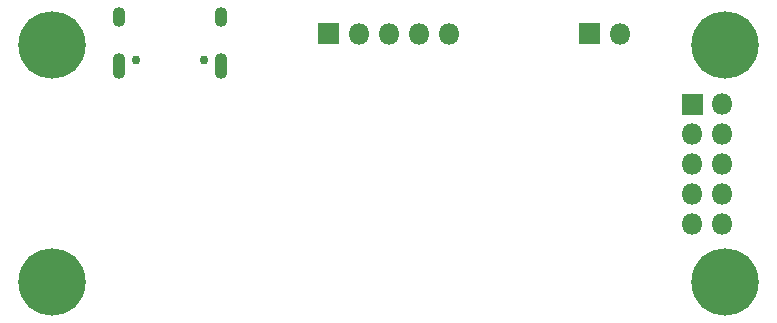
<source format=gbs>
G04 #@! TF.GenerationSoftware,KiCad,Pcbnew,5.1.10-5.1.10*
G04 #@! TF.CreationDate,2021-05-16T20:28:14+02:00*
G04 #@! TF.ProjectId,reva,72657661-2e6b-4696-9361-645f70636258,rev?*
G04 #@! TF.SameCoordinates,Original*
G04 #@! TF.FileFunction,Soldermask,Bot*
G04 #@! TF.FilePolarity,Negative*
%FSLAX46Y46*%
G04 Gerber Fmt 4.6, Leading zero omitted, Abs format (unit mm)*
G04 Created by KiCad (PCBNEW 5.1.10-5.1.10) date 2021-05-16 20:28:14*
%MOMM*%
%LPD*%
G01*
G04 APERTURE LIST*
%ADD10O,1.800000X1.800000*%
%ADD11C,5.700000*%
%ADD12C,0.750000*%
%ADD13O,1.100000X2.200000*%
%ADD14O,1.100000X1.700000*%
G04 APERTURE END LIST*
D10*
X175040000Y-79000000D03*
G36*
G01*
X173350000Y-79900000D02*
X171650000Y-79900000D01*
G75*
G02*
X171600000Y-79850000I0J50000D01*
G01*
X171600000Y-78150000D01*
G75*
G02*
X171650000Y-78100000I50000J0D01*
G01*
X173350000Y-78100000D01*
G75*
G02*
X173400000Y-78150000I0J-50000D01*
G01*
X173400000Y-79850000D01*
G75*
G02*
X173350000Y-79900000I-50000J0D01*
G01*
G37*
D11*
X184000000Y-80000000D03*
X127000000Y-100000000D03*
X184000000Y-100000000D03*
X127000000Y-80000000D03*
D10*
X160580000Y-79000000D03*
X158040000Y-79000000D03*
X155500000Y-79000000D03*
X152960000Y-79000000D03*
G36*
G01*
X151270000Y-79900000D02*
X149570000Y-79900000D01*
G75*
G02*
X149520000Y-79850000I0J50000D01*
G01*
X149520000Y-78150000D01*
G75*
G02*
X149570000Y-78100000I50000J0D01*
G01*
X151270000Y-78100000D01*
G75*
G02*
X151320000Y-78150000I0J-50000D01*
G01*
X151320000Y-79850000D01*
G75*
G02*
X151270000Y-79900000I-50000J0D01*
G01*
G37*
X183740000Y-95160000D03*
X181200000Y-95160000D03*
X183740000Y-92620000D03*
X181200000Y-92620000D03*
X183740000Y-90080000D03*
X181200000Y-90080000D03*
X183740000Y-87540000D03*
X181200000Y-87540000D03*
X183740000Y-85000000D03*
G36*
G01*
X180300000Y-85850000D02*
X180300000Y-84150000D01*
G75*
G02*
X180350000Y-84100000I50000J0D01*
G01*
X182050000Y-84100000D01*
G75*
G02*
X182100000Y-84150000I0J-50000D01*
G01*
X182100000Y-85850000D01*
G75*
G02*
X182050000Y-85900000I-50000J0D01*
G01*
X180350000Y-85900000D01*
G75*
G02*
X180300000Y-85850000I0J50000D01*
G01*
G37*
D12*
X134110000Y-81250000D03*
X139890000Y-81250000D03*
D13*
X141320000Y-81780000D03*
X132680000Y-81780000D03*
D14*
X141320000Y-77600000D03*
X132680000Y-77600000D03*
M02*

</source>
